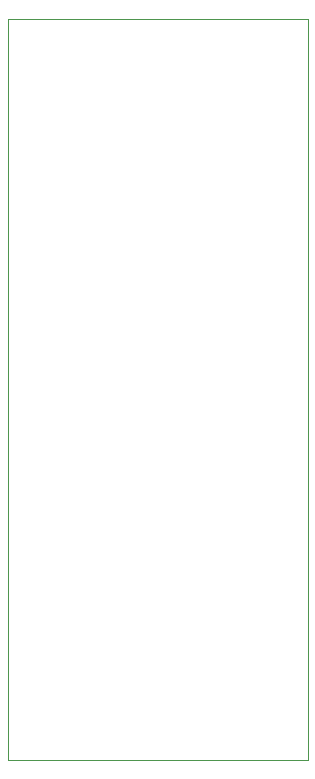
<source format=gbr>
%TF.GenerationSoftware,KiCad,Pcbnew,8.0.3*%
%TF.CreationDate,2024-10-04T20:59:14+05:30*%
%TF.ProjectId,TP4056,54503430-3536-42e6-9b69-6361645f7063,rev?*%
%TF.SameCoordinates,Original*%
%TF.FileFunction,Profile,NP*%
%FSLAX46Y46*%
G04 Gerber Fmt 4.6, Leading zero omitted, Abs format (unit mm)*
G04 Created by KiCad (PCBNEW 8.0.3) date 2024-10-04 20:59:14*
%MOMM*%
%LPD*%
G01*
G04 APERTURE LIST*
%TA.AperFunction,Profile*%
%ADD10C,0.050000*%
%TD*%
G04 APERTURE END LIST*
D10*
X61875000Y-62775000D02*
X87275000Y-62775000D01*
X87275000Y-125515000D01*
X61875000Y-125515000D01*
X61875000Y-62775000D01*
M02*

</source>
